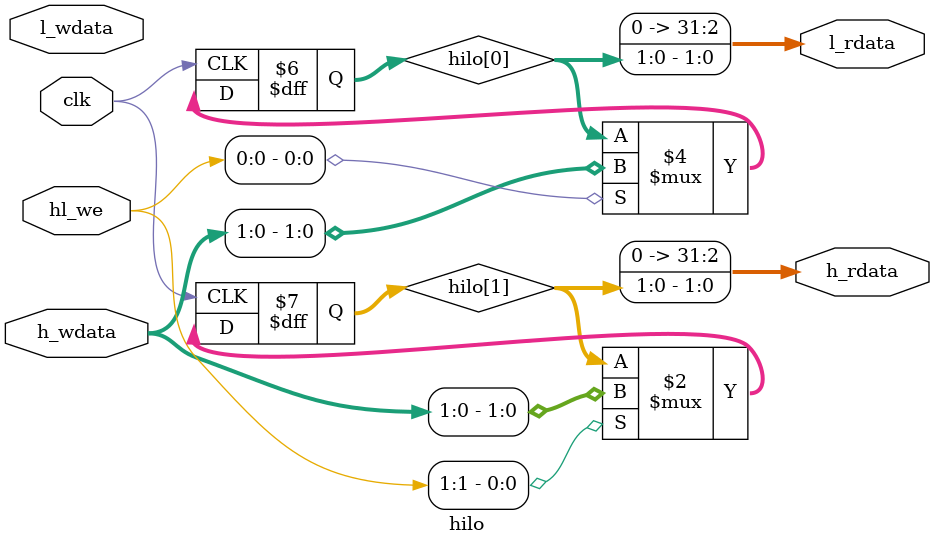
<source format=v>
module hilo(
    input        clk,
    input  [1:0]  hl_we,
    input  [31:0] h_wdata,
    input  [31:0] l_wdata,
    output [31:0] h_rdata,
    output [31:0] l_rdata
);
reg [1:0] hilo[31:0];

always @(posedge clk) begin
    if(hl_we[1])
        hilo[1]<=h_wdata;
    if(hl_we[0])
        hilo[0]<=h_wdata;

end

assign h_rdata = hilo[1];
assign l_rdata = hilo[0];


endmodule
</source>
